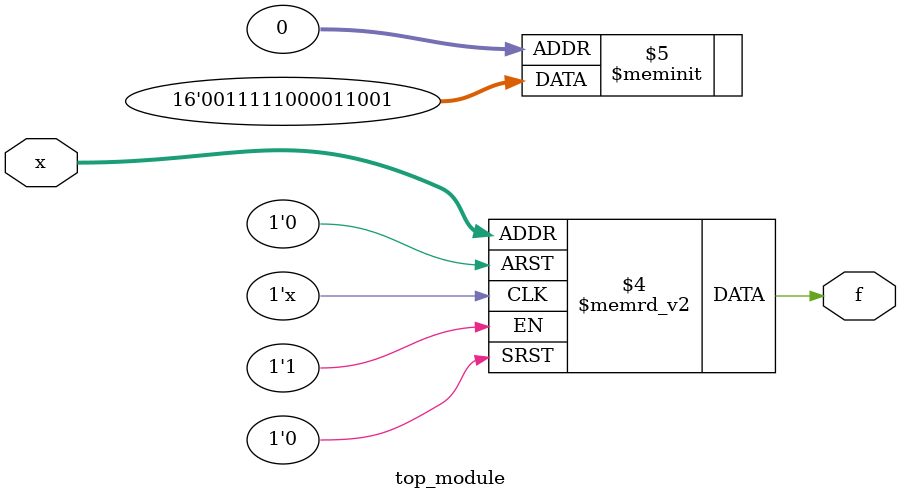
<source format=sv>
module top_module (
	input [4:1] x,
	output logic f
);

  always_comb begin
    case (x)
      4'b0000: f = 1'b1;
      4'b0001: f = 1'b0;
      4'b0011: f = 1'b1;
      4'b0010: f = 1'b0;
      4'b0110: f = 1'b0;
      4'b0111: f = 1'b0;
      4'b0101: f = 1'b0;
      4'b0100: f = 1'b1;
      4'b1100: f = 1'b1;
      4'b1101: f = 1'b1;
      4'b1111: f = 1'b0;
      4'b1110: f = 1'b0;
      4'b1010: f = 1'b1;
      4'b1011: f = 1'b1;
      4'b1001: f = 1'b1;
      4'b1000: f = 1'b0;
      default: f = 1'b0;
    endcase
  end

endmodule

</source>
